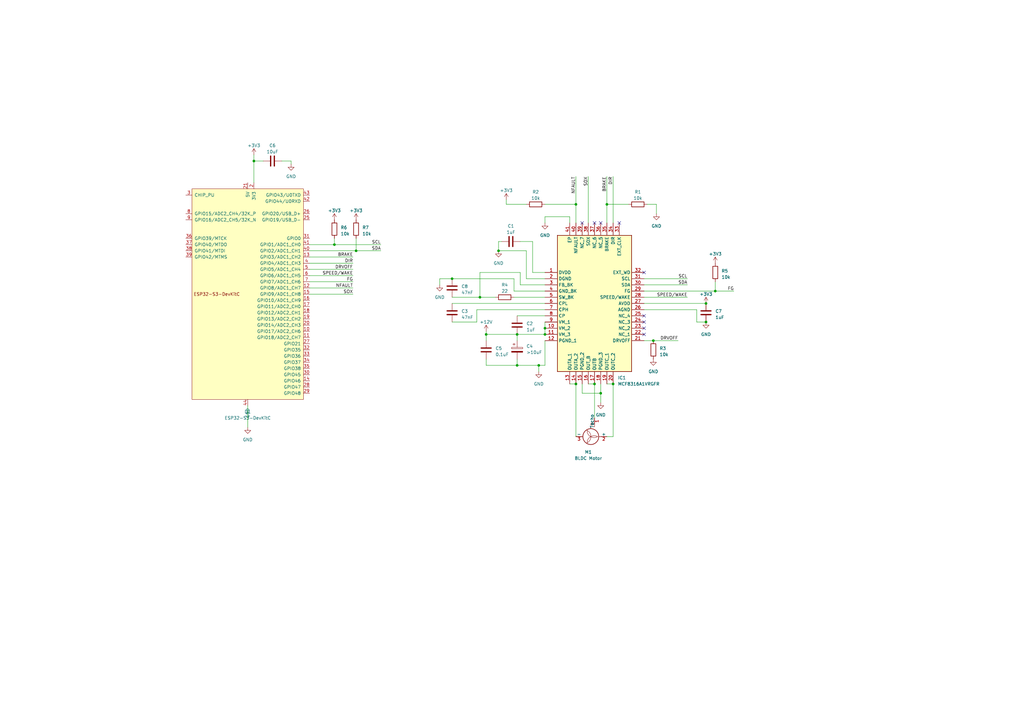
<source format=kicad_sch>
(kicad_sch (version 20230121) (generator eeschema)
  (paper "A3")
  (lib_symbols
    (symbol "Device:C" (pin_numbers hide) (pin_names (offset 0.254))
      (property "Reference" "C" (at 0.635 2.54 0))
      (property "Value" "C" (at 0.635 -2.54 0))
      (symbol "C_0_1"
        (polyline (pts (xy -2.032 -0.762) (xy 2.032 -0.762)) (stroke (width 0.508)))
        (polyline (pts (xy -2.032 0.762) (xy 2.032 0.762)) (stroke (width 0.508)))
      )
      (symbol "C_1_1"
        (pin passive line (at 0 3.81 270) (length 2.794) (name "~") (number "1"))
        (pin passive line (at 0 -3.81 90) (length 2.794) (name "~") (number "2"))
      )
    )
    (symbol "Device:C_Polarized" (pin_numbers hide) (pin_names (offset 0.254))
      (property "Reference" "C" (at 0.635 2.54 0))
      (property "Value" "C_Polarized" (at 0.635 -2.54 0))
      (symbol "C_Polarized_0_1"
        (rectangle (start -2.286 0.508) (end 2.286 1.016))
        (polyline (pts (xy -1.778 2.286) (xy -0.762 2.286)))
        (polyline (pts (xy -1.27 2.794) (xy -1.27 1.778)))
        (rectangle (start 2.286 -0.508) (end -2.286 -1.016) (fill (type outline)))
      )
      (symbol "C_Polarized_1_1"
        (pin passive line (at 0 3.81 270) (length 2.794) (name "~") (number "1"))
        (pin passive line (at 0 -3.81 90) (length 2.794) (name "~") (number "2"))
      )
    )
    (symbol "Device:R" (pin_numbers hide) (pin_names (offset 0))
      (property "Reference" "R" (at 2.032 0 90))
      (property "Value" "R" (at 0 0 90))
      (symbol "R_0_1"
        (rectangle (start -1.016 -2.54) (end 1.016 2.54) (stroke (width 0.254)))
      )
      (symbol "R_1_1"
        (pin passive line (at 0 3.81 270) (length 1.27) (name "~") (number "1"))
        (pin passive line (at 0 -3.81 90) (length 1.27) (name "~") (number "2"))
      )
    )
    (symbol "Espressif:ESP32-S3-DevKitC" (pin_names (offset 1.016))
      (property "Reference" "U" (at -22.86 48.26 0))
      (property "Value" "ESP32-S3-DevKitC" (at -22.86 45.72 0))
      (symbol "ESP32-S3-DevKitC_0_0"
        (text "ESP32-S3-DevKitC" (at -12.7 0 0) (effects (font (size 1.27 1.27))))
        (pin bidirectional line (at 25.4 -35.56 180) (length 2.54) (name "GPIO46") (number "14"))
        (pin bidirectional line (at 25.4 -10.16 180) (length 2.54) (name "GPIO13/ADC2_CH2") (number "19"))
        (pin bidirectional line (at -25.4 15.24 0) (length 2.54) (name "GPIO42/MTMS") (number "39"))
        (pin bidirectional line (at 25.4 17.78 180) (length 2.54) (name "GPIO2/ADC1_CH1") (number "40"))
        (pin bidirectional line (at 25.4 20.32 180) (length 2.54) (name "GPIO1/ADC1_CH0") (number "41"))
        (pin bidirectional line (at 25.4 38.1 180) (length 2.54) (name "GPIO44/U0RXD") (number "42"))
        (pin bidirectional line (at 25.4 40.64 180) (length 2.54) (name "GPIO43/U0TXD") (number "43"))
        (pin power_in line (at 0 -43.18 270) (length 2.54) (name "GND") (number "44"))
      )
      (symbol "ESP32-S3-DevKitC_0_1"
        (rectangle (start -22.86 43.18) (end 22.86 -43.18) (fill (type background)))
        (pin power_in line (at 2.54 45.72 270) (length 2.54) (name "3V3") (number "2"))
      )
      (symbol "ESP32-S3-DevKitC_1_1"
        (pin passive line (at 2.54 45.72 270) (length 2.54) hide (name "3V3") (number "1"))
        (pin bidirectional line (at 25.4 -15.24 180) (length 2.54) (name "GPIO17/ADC2_CH6") (number "10"))
        (pin bidirectional line (at 25.4 -17.78 180) (length 2.54) (name "GPIO18/ADC2_CH7") (number "11"))
        (pin bidirectional line (at 25.4 2.54 180) (length 2.54) (name "GPIO8/ADC1_CH7") (number "12"))
        (pin bidirectional line (at 25.4 15.24 180) (length 2.54) (name "GPIO3/ADC1_CH2") (number "13"))
        (pin bidirectional line (at 25.4 0 180) (length 2.54) (name "GPIO9/ADC1_CH8") (number "15"))
        (pin bidirectional line (at 25.4 -2.54 180) (length 2.54) (name "GPIO10/ADC1_CH9") (number "16"))
        (pin bidirectional line (at 25.4 -5.08 180) (length 2.54) (name "GPIO11/ADC2_CH0") (number "17"))
        (pin bidirectional line (at 25.4 -7.62 180) (length 2.54) (name "GPIO12/ADC2_CH1") (number "18"))
        (pin bidirectional line (at 25.4 -12.7 180) (length 2.54) (name "GPIO14/ADC2_CH3") (number "20"))
        (pin power_in line (at 0 45.72 270) (length 2.54) (name "5V") (number "21"))
        (pin passive line (at 0 -43.18 270) (length 2.54) hide (name "GND") (number "22"))
        (pin passive line (at 0 -43.18 270) (length 2.54) hide (name "GND") (number "23"))
        (pin passive line (at 0 -43.18 270) (length 2.54) hide (name "GND") (number "24"))
        (pin bidirectional line (at 25.4 30.48 180) (length 2.54) (name "GPIO19/USB_D-") (number "25"))
        (pin bidirectional line (at 25.4 33.02 180) (length 2.54) (name "GPIO20/USB_D+") (number "26"))
        (pin bidirectional line (at 25.4 -20.32 180) (length 2.54) (name "GPIO21") (number "27"))
        (pin bidirectional line (at 25.4 -38.1 180) (length 2.54) (name "GPIO47") (number "28"))
        (pin bidirectional line (at 25.4 -40.64 180) (length 2.54) (name "GPIO48") (number "29"))
        (pin input line (at -25.4 40.64 0) (length 2.54) (name "CHIP_PU") (number "3"))
        (pin bidirectional line (at 25.4 -33.02 180) (length 2.54) (name "GPIO45") (number "30"))
        (pin bidirectional line (at 25.4 22.86 180) (length 2.54) (name "GPIO0") (number "31"))
        (pin bidirectional line (at 25.4 -22.86 180) (length 2.54) (name "GPIO35") (number "32"))
        (pin bidirectional line (at 25.4 -25.4 180) (length 2.54) (name "GPIO36") (number "33"))
        (pin bidirectional line (at 25.4 -27.94 180) (length 2.54) (name "GPIO37") (number "34"))
        (pin bidirectional line (at 25.4 -30.48 180) (length 2.54) (name "GPIO38") (number "35"))
        (pin bidirectional line (at -25.4 22.86 0) (length 2.54) (name "GPIO39/MTCK") (number "36"))
        (pin bidirectional line (at -25.4 20.32 0) (length 2.54) (name "GPIO40/MTDO") (number "37"))
        (pin bidirectional line (at -25.4 17.78 0) (length 2.54) (name "GPIO41/MTDI") (number "38"))
        (pin bidirectional line (at 25.4 12.7 180) (length 2.54) (name "GPIO4/ADC1_CH3") (number "4"))
        (pin bidirectional line (at 25.4 10.16 180) (length 2.54) (name "GPIO5/ADC1_CH4") (number "5"))
        (pin bidirectional line (at 25.4 7.62 180) (length 2.54) (name "GPIO6/ADC1_CH5") (number "6"))
        (pin bidirectional line (at 25.4 5.08 180) (length 2.54) (name "GPIO7/ADC1_CH6") (number "7"))
        (pin bidirectional line (at -25.4 33.02 0) (length 2.54) (name "GPIO15/ADC2_CH4/32K_P") (number "8"))
        (pin bidirectional line (at -25.4 30.48 0) (length 2.54) (name "GPIO16/ADC2_CH5/32K_N") (number "9"))
      )
    )
    (symbol "MCF8316A1VRGFR:MCF8316A1VRGFR"
      (property "Reference" "IC" (at 36.83 20.32 0))
      (property "Value" "MCF8316A1VRGFR" (at 36.83 17.78 0))
      (symbol "MCF8316A1VRGFR_1_1"
        (rectangle (start 5.08 15.24) (end 35.56 -40.64) (stroke (width 0.254)) (fill (type background)))
        (pin passive line (at 0 0 0) (length 5.08) (name "DVDD") (number "1"))
        (pin passive line (at 0 -22.86 0) (length 5.08) (name "VM_2") (number "10"))
        (pin passive line (at 0 -25.4 0) (length 5.08) (name "VM_3") (number "11"))
        (pin passive line (at 0 -27.94 0) (length 5.08) (name "PGND_1") (number "12"))
        (pin passive line (at 10.16 -45.72 90) (length 5.08) (name "OUTA_1") (number "13"))
        (pin passive line (at 12.7 -45.72 90) (length 5.08) (name "OUTA_2") (number "14"))
        (pin passive line (at 15.24 -45.72 90) (length 5.08) (name "PGND_2") (number "15"))
        (pin passive line (at 17.78 -45.72 90) (length 5.08) (name "OUT_B") (number "16"))
        (pin passive line (at 20.32 -45.72 90) (length 5.08) (name "OUTB") (number "17"))
        (pin passive line (at 22.86 -45.72 90) (length 5.08) (name "PGND_3") (number "18"))
        (pin passive line (at 25.4 -45.72 90) (length 5.08) (name "OUTC_1") (number "19"))
        (pin passive line (at 0 -2.54 0) (length 5.08) (name "DGND") (number "2"))
        (pin passive line (at 27.94 -45.72 90) (length 5.08) (name "OUTC_2") (number "20"))
        (pin passive line (at 40.64 -27.94 180) (length 5.08) (name "DRVOFF") (number "21"))
        (pin passive line (at 40.64 -25.4 180) (length 5.08) (name "NC_1") (number "22"))
        (pin passive line (at 40.64 -22.86 180) (length 5.08) (name "NC_2") (number "23"))
        (pin passive line (at 40.64 -20.32 180) (length 5.08) (name "NC_3") (number "24"))
        (pin passive line (at 40.64 -17.78 180) (length 5.08) (name "NC_4") (number "25"))
        (pin passive line (at 40.64 -15.24 180) (length 5.08) (name "AGND") (number "26"))
        (pin passive line (at 40.64 -12.7 180) (length 5.08) (name "AVDD") (number "27"))
        (pin passive line (at 40.64 -10.16 180) (length 5.08) (name "SPEED/WAKE") (number "28"))
        (pin passive line (at 40.64 -7.62 180) (length 5.08) (name "FG") (number "29"))
        (pin passive line (at 0 -5.08 0) (length 5.08) (name "FB_BK") (number "3"))
        (pin passive line (at 40.64 -5.08 180) (length 5.08) (name "SDA") (number "30"))
        (pin passive line (at 40.64 -2.54 180) (length 5.08) (name "SCL") (number "31"))
        (pin passive line (at 40.64 0 180) (length 5.08) (name "EXT_WD") (number "32"))
        (pin passive line (at 30.48 20.32 270) (length 5.08) (name "EXT_CLK") (number "33"))
        (pin passive line (at 27.94 20.32 270) (length 5.08) (name "DIR") (number "34"))
        (pin passive line (at 25.4 20.32 270) (length 5.08) (name "BRAKE") (number "35"))
        (pin passive line (at 22.86 20.32 270) (length 5.08) (name "NC_5") (number "36"))
        (pin passive line (at 20.32 20.32 270) (length 5.08) (name "NC_6") (number "37"))
        (pin passive line (at 17.78 20.32 270) (length 5.08) (name "SOX") (number "38"))
        (pin passive line (at 15.24 20.32 270) (length 5.08) (name "NC_7") (number "39"))
        (pin passive line (at 0 -7.62 0) (length 5.08) (name "GND_BK") (number "4"))
        (pin passive line (at 12.7 20.32 270) (length 5.08) (name "NFAULT") (number "40"))
        (pin passive line (at 10.16 20.32 270) (length 5.08) (name "EP") (number "41"))
        (pin passive line (at 0 -10.16 0) (length 5.08) (name "SW_BK") (number "5"))
        (pin passive line (at 0 -12.7 0) (length 5.08) (name "CPL") (number "6"))
        (pin passive line (at 0 -15.24 0) (length 5.08) (name "CPH") (number "7"))
        (pin passive line (at 0 -17.78 0) (length 5.08) (name "CP") (number "8"))
        (pin passive line (at 0 -20.32 0) (length 5.08) (name "VM_1") (number "9"))
      )
    )
    (symbol "Motor:Fan_3pin" (pin_names (offset 0))
      (property "Reference" "M" (at 2.54 2.54 0))
      (property "Value" "Fan_3pin" (at 2.54 -5.08 0))
      (symbol "Fan_3pin_0_0"
        (arc (start -5.588 -1.016) (mid -5.08 -1.5218) (end -4.572 -1.016))
        (arc (start -5.08 -0.508) (mid -5.4392 -0.6568) (end -5.588 -1.016))
        (polyline (pts (xy -5.08 -0.508) (xy -5.334 -0.381)))
        (polyline (pts (xy -5.08 -0.508) (xy -5.207 -0.762)))
        (polyline (pts (xy -4.064 0) (xy -4.064 -1.524) (xy -3.302 -1.524)))
      )
      (symbol "Fan_3pin_0_1"
        (arc (start -2.54 -3.048) (mid 0.0028 -1.6279) (end 0 1.27))
        (circle (center 0 -1.524) (radius 3.2512) (stroke (width 0.254)))
        (polyline (pts (xy -4.064 0) (xy -5.08 0)))
        (polyline (pts (xy 0 -7.62) (xy 0 -7.112)))
        (polyline (pts (xy 0 -4.7752) (xy 0 -5.1816)))
        (polyline (pts (xy 0 1.7272) (xy 0 2.0828)))
        (polyline (pts (xy 0 2.032) (xy 0 2.54)))
        (arc (start 0 1.27) (mid 0.053 -1.619) (end 2.54 -3.048))
        (arc (start 2.54 -3.048) (mid 0 -1.4782) (end -2.54 -3.048))
      )
      (symbol "Fan_3pin_1_1"
        (pin passive line (at -7.62 0 0) (length 2.54) (name "Tacho") (number "1"))
        (pin passive line (at 0 5.08 270) (length 2.54) (name "+") (number "2"))
        (pin passive line (at 0 -7.62 90) (length 2.54) (name "-") (number "3"))
      )
    )
    (symbol "power:+12V" (power) (pin_names (offset 0))
      (property "Value" "+12V" (at 0 3.556 0))
      (symbol "+12V_0_1"
        (polyline (pts (xy -0.762 1.27) (xy 0 2.54)))
        (polyline (pts (xy 0 0) (xy 0 2.54)))
        (polyline (pts (xy 0 2.54) (xy 0.762 1.27)))
      )
      (symbol "+12V_1_1"
        (pin power_in line (at 0 0 90) (length 0) hide (name "+12V") (number "1"))
      )
    )
    (symbol "power:+3V3" (power) (pin_names (offset 0))
      (property "Value" "+3V3" (at 0 3.556 0))
      (symbol "+3V3_0_1"
        (polyline (pts (xy -0.762 1.27) (xy 0 2.54)))
        (polyline (pts (xy 0 0) (xy 0 2.54)))
        (polyline (pts (xy 0 2.54) (xy 0.762 1.27)))
      )
      (symbol "+3V3_1_1"
        (pin power_in line (at 0 0 90) (length 0) hide (name "+3V3") (number "1"))
      )
    )
    (symbol "power:GND" (power) (pin_names (offset 0))
      (property "Value" "GND" (at 0 -3.81 0))
      (symbol "GND_0_1"
        (polyline (pts (xy 0 0) (xy 0 -1.27) (xy 1.27 -1.27) (xy 0 -2.54) (xy -1.27 -1.27) (xy 0 -1.27)))
      )
      (symbol "GND_1_1"
        (pin power_in line (at 0 0 270) (length 0) hide (name "GND") (number "1"))
      )
    )
  )
  (junction (at 243.84 157.48))
  (junction (at 267.97 139.7))
  (junction (at 146.05 102.87))
  (junction (at 248.92 83.82))
  (junction (at 185.42 114.3))
  (junction (at 137.16 100.33))
  (junction (at 289.56 132.08))
  (junction (at 293.37 119.38))
  (junction (at 223.52 134.62))
  (junction (at 204.47 102.87))
  (junction (at 236.22 157.48))
  (junction (at 220.98 149.86))
  (junction (at 223.52 137.16))
  (junction (at 212.09 149.86))
  (junction (at 236.22 83.82))
  (junction (at 212.09 137.16))
  (junction (at 289.56 124.46))
  (junction (at 196.85 121.92))
  (junction (at 251.46 157.48))
  (junction (at 246.38 161.29))
  (junction (at 104.14 66.04))
  (junction (at 199.39 137.16))
  (no_connect (at 264.16 111.76))
  (no_connect (at 264.16 129.54))
  (no_connect (at 264.16 134.62))
  (no_connect (at 264.16 132.08))
  (no_connect (at 243.84 91.44))
  (no_connect (at 264.16 137.16))
  (no_connect (at 238.76 91.44))
  (no_connect (at 254 91.44))
  (no_connect (at 246.38 91.44))
  (wire (pts (xy 199.39 137.16) (xy 199.39 139.7)))
  (wire (pts (xy 215.9 114.3) (xy 215.9 102.87)))
  (wire (pts (xy 204.47 99.06) (xy 205.74 99.06)))
  (wire (pts (xy 223.52 149.86) (xy 223.52 139.7)))
  (wire (pts (xy 223.52 114.3) (xy 215.9 114.3)))
  (wire (pts (xy 264.16 114.3) (xy 281.94 114.3)))
  (wire (pts (xy 264.16 127) (xy 285.75 127)))
  (wire (pts (xy 101.6 166.37) (xy 101.6 175.26)))
  (wire (pts (xy 115.57 66.04) (xy 119.38 66.04)))
  (wire (pts (xy 269.24 83.82) (xy 269.24 87.63)))
  (wire (pts (xy 223.52 134.62) (xy 223.52 137.16)))
  (wire (pts (xy 218.44 111.76) (xy 223.52 111.76)))
  (wire (pts (xy 199.39 147.32) (xy 199.39 149.86)))
  (wire (pts (xy 233.68 91.44) (xy 233.68 88.9)))
  (wire (pts (xy 238.76 157.48) (xy 238.76 161.29)))
  (wire (pts (xy 223.52 83.82) (xy 236.22 83.82)))
  (wire (pts (xy 127 105.41) (xy 144.78 105.41)))
  (wire (pts (xy 285.75 127) (xy 285.75 132.08)))
  (wire (pts (xy 137.16 100.33) (xy 156.21 100.33)))
  (wire (pts (xy 264.16 124.46) (xy 289.56 124.46)))
  (wire (pts (xy 264.16 116.84) (xy 281.94 116.84)))
  (wire (pts (xy 127 118.11) (xy 144.78 118.11)))
  (wire (pts (xy 236.22 72.39) (xy 236.22 83.82)))
  (wire (pts (xy 233.68 157.48) (xy 236.22 157.48)))
  (wire (pts (xy 241.3 72.39) (xy 241.3 91.44)))
  (wire (pts (xy 265.43 83.82) (xy 269.24 83.82)))
  (wire (pts (xy 293.37 115.57) (xy 293.37 119.38)))
  (wire (pts (xy 248.92 157.48) (xy 251.46 157.48)))
  (wire (pts (xy 199.39 137.16) (xy 212.09 137.16)))
  (wire (pts (xy 251.46 157.48) (xy 251.46 179.07)))
  (wire (pts (xy 212.09 149.86) (xy 220.98 149.86)))
  (wire (pts (xy 285.75 132.08) (xy 289.56 132.08)))
  (wire (pts (xy 248.92 179.07) (xy 251.46 179.07)))
  (wire (pts (xy 185.42 124.46) (xy 223.52 124.46)))
  (wire (pts (xy 185.42 114.3) (xy 180.34 114.3)))
  (wire (pts (xy 246.38 157.48) (xy 246.38 161.29)))
  (wire (pts (xy 127 113.03) (xy 144.78 113.03)))
  (wire (pts (xy 220.98 149.86) (xy 220.98 152.4)))
  (wire (pts (xy 212.09 139.7) (xy 212.09 137.16)))
  (wire (pts (xy 215.9 102.87) (xy 204.47 102.87)))
  (wire (pts (xy 293.37 119.38) (xy 300.99 119.38)))
  (wire (pts (xy 248.92 83.82) (xy 257.81 83.82)))
  (wire (pts (xy 127 100.33) (xy 137.16 100.33)))
  (wire (pts (xy 212.09 129.54) (xy 223.52 129.54)))
  (wire (pts (xy 146.05 97.79) (xy 146.05 102.87)))
  (wire (pts (xy 199.39 149.86) (xy 212.09 149.86)))
  (wire (pts (xy 210.82 119.38) (xy 223.52 119.38)))
  (wire (pts (xy 146.05 102.87) (xy 156.21 102.87)))
  (wire (pts (xy 127 120.65) (xy 144.78 120.65)))
  (wire (pts (xy 195.58 132.08) (xy 185.42 132.08)))
  (wire (pts (xy 207.645 83.82) (xy 215.9 83.82)))
  (wire (pts (xy 223.52 149.86) (xy 220.98 149.86)))
  (wire (pts (xy 251.46 72.39) (xy 251.46 91.44)))
  (wire (pts (xy 246.38 161.29) (xy 246.38 165.1)))
  (wire (pts (xy 223.52 116.84) (xy 213.36 116.84)))
  (wire (pts (xy 212.09 149.86) (xy 212.09 147.32)))
  (wire (pts (xy 127 102.87) (xy 146.05 102.87)))
  (wire (pts (xy 185.42 121.92) (xy 196.85 121.92)))
  (wire (pts (xy 127 115.57) (xy 144.78 115.57)))
  (wire (pts (xy 243.84 157.48) (xy 243.84 171.45)))
  (wire (pts (xy 196.85 111.76) (xy 213.36 111.76)))
  (wire (pts (xy 207.645 81.915) (xy 207.645 83.82)))
  (wire (pts (xy 196.85 121.92) (xy 203.2 121.92)))
  (wire (pts (xy 119.38 66.04) (xy 119.38 67.31)))
  (wire (pts (xy 264.16 139.7) (xy 267.97 139.7)))
  (wire (pts (xy 204.47 102.87) (xy 204.47 99.06)))
  (wire (pts (xy 233.68 88.9) (xy 223.52 88.9)))
  (wire (pts (xy 104.14 66.04) (xy 104.14 74.93)))
  (wire (pts (xy 218.44 99.06) (xy 218.44 111.76)))
  (wire (pts (xy 127 107.95) (xy 144.78 107.95)))
  (wire (pts (xy 248.92 72.39) (xy 248.92 83.82)))
  (wire (pts (xy 210.82 119.38) (xy 210.82 114.3)))
  (wire (pts (xy 236.22 157.48) (xy 236.22 179.07)))
  (wire (pts (xy 185.42 114.3) (xy 210.82 114.3)))
  (wire (pts (xy 195.58 127) (xy 195.58 132.08)))
  (wire (pts (xy 196.85 111.76) (xy 196.85 121.92)))
  (wire (pts (xy 241.3 157.48) (xy 243.84 157.48)))
  (wire (pts (xy 213.36 99.06) (xy 218.44 99.06)))
  (wire (pts (xy 104.14 66.04) (xy 107.95 66.04)))
  (wire (pts (xy 137.16 97.79) (xy 137.16 100.33)))
  (wire (pts (xy 236.22 83.82) (xy 236.22 91.44)))
  (wire (pts (xy 264.16 119.38) (xy 293.37 119.38)))
  (wire (pts (xy 238.76 161.29) (xy 246.38 161.29)))
  (wire (pts (xy 248.92 83.82) (xy 248.92 91.44)))
  (wire (pts (xy 199.39 135.89) (xy 199.39 137.16)))
  (wire (pts (xy 223.52 88.9) (xy 223.52 91.44)))
  (wire (pts (xy 210.82 121.92) (xy 223.52 121.92)))
  (wire (pts (xy 213.36 116.84) (xy 213.36 111.76)))
  (wire (pts (xy 267.97 139.7) (xy 278.13 139.7)))
  (wire (pts (xy 104.14 63.5) (xy 104.14 66.04)))
  (wire (pts (xy 223.52 132.08) (xy 223.52 134.62)))
  (wire (pts (xy 264.16 121.92) (xy 281.94 121.92)))
  (wire (pts (xy 180.34 114.3) (xy 180.34 116.84)))
  (wire (pts (xy 223.52 127) (xy 195.58 127)))
  (wire (pts (xy 127 110.49) (xy 144.78 110.49)))
  (wire (pts (xy 212.09 137.16) (xy 223.52 137.16)))
  (label "SOX" (at 241.3 72.39 270))
  (label "SPEED{slash}WAKE" (at 144.78 113.03 180))
  (label "DRVOFF" (at 144.78 110.49 180))
  (label "BRAKE" (at 144.78 105.41 180))
  (label "DRVOFF" (at 278.13 139.7 180))
  (label "NFAULT" (at 236.22 72.39 270))
  (label "FG" (at 300.99 119.38 180))
  (label "SDA" (at 156.21 102.87 180))
  (label "DIR" (at 144.78 107.95 180))
  (label "SOX" (at 144.78 120.65 180))
  (label "SDA" (at 281.94 116.84 180))
  (label "FG" (at 144.78 115.57 180))
  (label "DIR" (at 251.46 72.39 270))
  (label "SCL" (at 281.94 114.3 180))
  (label "BRAKE" (at 248.92 72.39 270))
  (label "NFAULT" (at 144.78 118.11 180))
  (label "SPEED{slash}WAKE" (at 281.94 121.92 180))
  (label "SCL" (at 156.21 100.33 180))
  (symbol (lib_id "power:GND") (at 180.34 116.84 0) (unit 1)
    (property "Reference" "#PWR08" (effects hide))
    (property "Value" "GND" (at 180.34 121.92 0))
  )
  (symbol (lib_id "power:+12V") (at 199.39 135.89 0) (unit 1)
    (property "Reference" "#PWR04" (effects hide))
    (property "Value" "+12V" (at 199.39 132.08 0))
  )
  (symbol (lib_id "power:GND") (at 119.38 67.31 0) (unit 1)
    (property "Reference" "#PWR06" (effects hide))
    (property "Value" "GND" (at 119.38 72.39 0))
  )
  (symbol (lib_id "Motor:Fan_3pin") (at 243.84 179.07 270) (unit 1)
    (property "Reference" "M1" (at 241.3 185.42 90))
    (property "Value" "BLDC Motor" (at 241.3 187.96 90))
    (property "Datasheet" "http://www.hardwarecanucks.com/forum/attachments/new-builds/16287d1330775095-help-chassis-power-fan-connectors-motherboard-asus_p8z68.jpg" (effects hide))
  )
  (symbol (lib_id "Device:R") (at 137.16 93.98 180) (unit 1)
    (property "Reference" "R6" (at 139.7 93.345 0) (effects (justify right)))
    (property "Value" "10k" (at 139.7 95.885 0) (effects (justify right)))
  )
  (symbol (lib_id "Device:C") (at 185.42 118.11 180) (unit 1)
    (property "Reference" "C8" (at 189.23 117.475 0) (effects (justify right)))
    (property "Value" "47nF" (at 189.23 120.015 0) (effects (justify right)))
  )
  (symbol (lib_id "power:GND") (at 204.47 102.87 0) (unit 1)
    (property "Reference" "#PWR07" (effects hide))
    (property "Value" "GND" (at 204.47 107.95 0))
  )
  (symbol (lib_id "Device:R") (at 207.01 121.92 90) (unit 1)
    (property "Reference" "R4" (at 207.01 116.84 90))
    (property "Value" "22" (at 207.01 119.38 90))
  )
  (symbol (lib_id "power:+3V3") (at 207.645 81.915 0) (unit 1)
    (property "Reference" "#PWR017" (effects hide))
    (property "Value" "+3V3" (at 207.645 78.105 0))
  )
  (symbol (lib_id "Device:R") (at 219.71 83.82 90) (unit 1)
    (property "Reference" "R2" (at 219.71 78.74 90))
    (property "Value" "10k" (at 219.71 81.28 90))
  )
  (symbol (lib_id "Device:R") (at 293.37 111.76 180) (unit 1)
    (property "Reference" "R5" (at 295.91 111.125 0) (effects (justify right)))
    (property "Value" "10k" (at 295.91 113.665 0) (effects (justify right)))
  )
  (symbol (lib_id "power:+3V3") (at 146.05 90.17 0) (unit 1)
    (property "Reference" "#PWR014" (effects hide))
    (property "Value" "+3V3" (at 146.05 86.36 0))
  )
  (symbol (lib_id "power:GND") (at 267.97 147.32 0) (unit 1)
    (property "Reference" "#PWR011" (effects hide))
    (property "Value" "GND" (at 267.97 152.4 0))
  )
  (symbol (lib_id "power:GND") (at 246.38 165.1 0) (unit 1)
    (property "Reference" "#PWR02" (effects hide))
    (property "Value" "GND" (at 246.38 170.18 0))
  )
  (symbol (lib_id "MCF8316A1VRGFR:MCF8316A1VRGFR") (at 223.52 111.76 0) (unit 1)
    (property "Reference" "IC1" (at 253.4159 154.94 0) (effects (justify left)))
    (property "Value" "MCF8316A1VRGFR" (at 253.4159 157.48 0) (effects (justify left)))
    (property "Footprint" "QFN50P500X700X100-41N-D" (effects hide))
    (property "Datasheet" "https://www.ti.com/jp/lit/gpn/mcf8316a" (effects hide))
    (property "Height" "1" (effects hide))
    (property "Manufacturer_Name" "Texas Instruments" (effects hide))
    (property "Manufacturer_Part_Number" "MCF8316A1VRGFR" (effects hide))
    (property "Mouser Part Number" "595-MCF8316A1VRGFR" (effects hide))
    (property "Mouser Price/Stock" "https://www.mouser.co.uk/ProductDetail/Texas-Instruments/MCF8316A1VRGFR?qs=rSMjJ%252B1ewcSvC9rVuQgDWA%3D%3D" (effects hide))
  )
  (symbol (lib_id "Device:C") (at 199.39 143.51 0) (unit 1)
    (property "Reference" "C5" (at 203.2 142.875 0) (effects (justify left)))
    (property "Value" "0.1uF" (at 203.2 145.415 0) (effects (justify left)))
  )
  (symbol (lib_id "Device:C") (at 209.55 99.06 270) (unit 1)
    (property "Reference" "C1" (at 209.55 92.71 90))
    (property "Value" "1uF" (at 209.55 95.25 90))
  )
  (symbol (lib_id "Device:R") (at 146.05 93.98 180) (unit 1)
    (property "Reference" "R7" (at 148.59 93.345 0) (effects (justify right)))
    (property "Value" "10k" (at 148.59 95.885 0) (effects (justify right)))
  )
  (symbol (lib_id "Device:R") (at 267.97 143.51 180) (unit 1)
    (property "Reference" "R3" (at 270.51 142.875 0) (effects (justify right)))
    (property "Value" "10k" (at 270.51 145.415 0) (effects (justify right)))
  )
  (symbol (lib_id "Device:C") (at 111.76 66.04 90) (unit 1)
    (property "Reference" "C6" (at 111.76 59.69 90))
    (property "Value" "10uF" (at 111.76 62.23 90))
  )
  (symbol (lib_id "power:GND") (at 269.24 87.63 0) (unit 1)
    (property "Reference" "#PWR010" (effects hide))
    (property "Value" "GND" (at 269.24 92.71 0))
  )
  (symbol (lib_id "Device:C") (at 185.42 128.27 0) (unit 1)
    (property "Reference" "C3" (at 189.23 127.635 0) (effects (justify left)))
    (property "Value" "47nF" (at 189.23 130.175 0) (effects (justify left)))
  )
  (symbol (lib_id "power:+3V3") (at 104.14 63.5 0) (unit 1)
    (property "Reference" "#PWR03" (effects hide))
    (property "Value" "+3V3" (at 104.14 59.69 0))
  )
  (symbol (lib_id "Espressif:ESP32-S3-DevKitC") (at 101.6 120.65 0) (unit 1)
    (property "Reference" "U1" (at 101.6 168.91 0))
    (property "Value" "ESP32-S3-DevKitC" (at 101.6 171.45 0))
    (property "Footprint" "Espressif:ESP32-S3-DevKitC" (effects hide))
  )
  (symbol (lib_id "power:GND") (at 101.6 175.26 0) (unit 1)
    (property "Reference" "#PWR01" (effects hide))
    (property "Value" "GND" (at 101.6 180.34 0))
  )
  (symbol (lib_id "Device:C") (at 212.09 133.35 0) (unit 1)
    (property "Reference" "C2" (at 215.9 132.715 0) (effects (justify left)))
    (property "Value" "1uF" (at 215.9 135.255 0) (effects (justify left)))
  )
  (symbol (lib_id "power:+3V3") (at 289.56 124.46 0) (unit 1)
    (property "Reference" "#PWR015" (effects hide))
    (property "Value" "+3V3" (at 289.56 120.65 0))
  )
  (symbol (lib_id "power:GND") (at 223.52 91.44 0) (unit 1)
    (property "Reference" "#PWR012" (effects hide))
    (property "Value" "GND" (at 223.52 96.52 0))
  )
  (symbol (lib_id "Device:C_Polarized") (at 212.09 143.51 0) (unit 1)
    (property "Reference" "C4" (at 215.9 141.986 0) (effects (justify left)))
    (property "Value" ">10uF" (at 215.9 144.526 0) (effects (justify left)))
  )
  (symbol (lib_id "power:GND") (at 220.98 152.4 0) (unit 1)
    (property "Reference" "#PWR05" (effects hide))
    (property "Value" "GND" (at 220.98 157.48 0))
  )
  (symbol (lib_id "Device:R") (at 261.62 83.82 90) (unit 1)
    (property "Reference" "R1" (at 261.62 78.74 90))
    (property "Value" "10k" (at 261.62 81.28 90))
  )
  (symbol (lib_id "power:+3V3") (at 293.37 107.95 0) (unit 1)
    (property "Reference" "#PWR016" (effects hide))
    (property "Value" "+3V3" (at 293.37 104.14 0))
  )
  (symbol (lib_id "Device:C") (at 289.56 128.27 180) (unit 1)
    (property "Reference" "C7" (at 293.37 127.635 0) (effects (justify right)))
    (property "Value" "1uF" (at 293.37 130.175 0) (effects (justify right)))
  )
  (symbol (lib_id "power:GND") (at 289.56 132.08 0) (unit 1)
    (property "Reference" "#PWR09" (effects hide))
    (property "Value" "GND" (at 289.56 137.16 0))
  )
  (symbol (lib_id "power:+3V3") (at 137.16 90.17 0) (unit 1)
    (property "Reference" "#PWR013" (effects hide))
    (property "Value" "+3V3" (at 137.16 86.36 0))
  )
)
</source>
